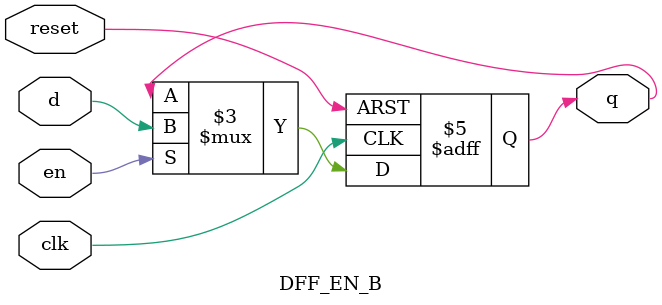
<source format=v>

module DFF_EN_B(q, clk, d, reset, en);

output q;
input  d, clk, reset, en;

reg    q;

// always @(negedge reset or posedge clk)

always @(negedge reset or posedge clk)

 if (~reset)
    q <= 1'b0;
 else
    if (en)
        q <= d; 

endmodule

</source>
